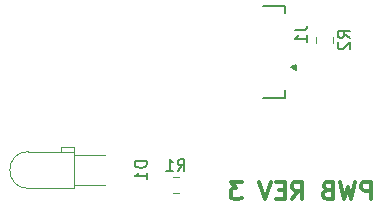
<source format=gbr>
G04 #@! TF.GenerationSoftware,KiCad,Pcbnew,(5.1.5)-3*
G04 #@! TF.CreationDate,2020-02-07T11:24:52-05:00*
G04 #@! TF.ProjectId,RPI-PWR,5250492d-5057-4522-9e6b-696361645f70,3*
G04 #@! TF.SameCoordinates,Original*
G04 #@! TF.FileFunction,Legend,Bot*
G04 #@! TF.FilePolarity,Positive*
%FSLAX46Y46*%
G04 Gerber Fmt 4.6, Leading zero omitted, Abs format (unit mm)*
G04 Created by KiCad (PCBNEW (5.1.5)-3) date 2020-02-07 11:24:52*
%MOMM*%
%LPD*%
G04 APERTURE LIST*
%ADD10C,0.300000*%
%ADD11C,0.120000*%
%ADD12C,0.150000*%
%ADD13C,0.100000*%
G04 APERTURE END LIST*
D10*
X30617371Y-28237571D02*
X30617371Y-26737571D01*
X30045942Y-26737571D01*
X29903085Y-26809000D01*
X29831657Y-26880428D01*
X29760228Y-27023285D01*
X29760228Y-27237571D01*
X29831657Y-27380428D01*
X29903085Y-27451857D01*
X30045942Y-27523285D01*
X30617371Y-27523285D01*
X29260228Y-26737571D02*
X28903085Y-28237571D01*
X28617371Y-27166142D01*
X28331657Y-28237571D01*
X27974514Y-26737571D01*
X26903085Y-27451857D02*
X26688800Y-27523285D01*
X26617371Y-27594714D01*
X26545942Y-27737571D01*
X26545942Y-27951857D01*
X26617371Y-28094714D01*
X26688800Y-28166142D01*
X26831657Y-28237571D01*
X27403085Y-28237571D01*
X27403085Y-26737571D01*
X26903085Y-26737571D01*
X26760228Y-26809000D01*
X26688800Y-26880428D01*
X26617371Y-27023285D01*
X26617371Y-27166142D01*
X26688800Y-27309000D01*
X26760228Y-27380428D01*
X26903085Y-27451857D01*
X27403085Y-27451857D01*
X23903085Y-28237571D02*
X24403085Y-27523285D01*
X24760228Y-28237571D02*
X24760228Y-26737571D01*
X24188800Y-26737571D01*
X24045942Y-26809000D01*
X23974514Y-26880428D01*
X23903085Y-27023285D01*
X23903085Y-27237571D01*
X23974514Y-27380428D01*
X24045942Y-27451857D01*
X24188800Y-27523285D01*
X24760228Y-27523285D01*
X23260228Y-27451857D02*
X22760228Y-27451857D01*
X22545942Y-28237571D02*
X23260228Y-28237571D01*
X23260228Y-26737571D01*
X22545942Y-26737571D01*
X22117371Y-26737571D02*
X21617371Y-28237571D01*
X21117371Y-26737571D01*
X19617371Y-26737571D02*
X18688800Y-26737571D01*
X19188800Y-27309000D01*
X18974514Y-27309000D01*
X18831657Y-27380428D01*
X18760228Y-27451857D01*
X18688800Y-27594714D01*
X18688800Y-27951857D01*
X18760228Y-28094714D01*
X18831657Y-28166142D01*
X18974514Y-28237571D01*
X19403085Y-28237571D01*
X19545942Y-28166142D01*
X19617371Y-28094714D01*
D11*
X1559400Y-24195600D02*
G75*
G03X1559400Y-27315600I0J-1560000D01*
G01*
X5419400Y-27315600D02*
X1559400Y-27315600D01*
X5419400Y-24195600D02*
X1559400Y-24195600D01*
X5419400Y-27315600D02*
X5419400Y-24195600D01*
X5419400Y-23795600D02*
X4299400Y-23795600D01*
X4299400Y-23795600D02*
X4299400Y-24195600D01*
X4299400Y-24195600D02*
X5419400Y-24195600D01*
X5419400Y-24195600D02*
X5419400Y-23795600D01*
X8089400Y-27025600D02*
X5419400Y-27025600D01*
X5419400Y-27025600D02*
X5419400Y-27025600D01*
X5419400Y-27025600D02*
X8089400Y-27025600D01*
X8089400Y-27025600D02*
X8089400Y-27025600D01*
X8089400Y-24485600D02*
X5419400Y-24485600D01*
X5419400Y-24485600D02*
X5419400Y-24485600D01*
X5419400Y-24485600D02*
X8089400Y-24485600D01*
X8089400Y-24485600D02*
X8089400Y-24485600D01*
D12*
X24218400Y-16848000D02*
X24218400Y-17248000D01*
X23818400Y-17048000D02*
X24218400Y-16848000D01*
X24218400Y-17248000D02*
X23818400Y-17048000D01*
X23318400Y-11848000D02*
X21418400Y-11848000D01*
X23318400Y-12448000D02*
X23318400Y-11848000D01*
X23318400Y-19648000D02*
X21418400Y-19648000D01*
X23318400Y-19648000D02*
X23318400Y-18948000D01*
D11*
X14307452Y-26315600D02*
X13784948Y-26315600D01*
X14307452Y-27735600D02*
X13784948Y-27735600D01*
X25960000Y-14993252D02*
X25960000Y-14470748D01*
X27380000Y-14993252D02*
X27380000Y-14470748D01*
D12*
X11581780Y-25017504D02*
X10581780Y-25017504D01*
X10581780Y-25255600D01*
X10629400Y-25398457D01*
X10724638Y-25493695D01*
X10819876Y-25541314D01*
X11010352Y-25588933D01*
X11153209Y-25588933D01*
X11343685Y-25541314D01*
X11438923Y-25493695D01*
X11534161Y-25398457D01*
X11581780Y-25255600D01*
X11581780Y-25017504D01*
X11581780Y-26541314D02*
X11581780Y-25969885D01*
X11581780Y-26255600D02*
X10581780Y-26255600D01*
X10724638Y-26160361D01*
X10819876Y-26065123D01*
X10867495Y-25969885D01*
X24170780Y-13914666D02*
X24885066Y-13914666D01*
X25027923Y-13867047D01*
X25123161Y-13771809D01*
X25170780Y-13628952D01*
X25170780Y-13533714D01*
X25170780Y-14914666D02*
X25170780Y-14343238D01*
X25170780Y-14628952D02*
X24170780Y-14628952D01*
X24313638Y-14533714D01*
X24408876Y-14438476D01*
X24456495Y-14343238D01*
D13*
X24244590Y-17190857D02*
X24244590Y-16905142D01*
X24244590Y-17048000D02*
X23744590Y-17048000D01*
X23816019Y-17000380D01*
X23863638Y-16952761D01*
X23887447Y-16905142D01*
D12*
X14212866Y-25827980D02*
X14546200Y-25351790D01*
X14784295Y-25827980D02*
X14784295Y-24827980D01*
X14403342Y-24827980D01*
X14308104Y-24875600D01*
X14260485Y-24923219D01*
X14212866Y-25018457D01*
X14212866Y-25161314D01*
X14260485Y-25256552D01*
X14308104Y-25304171D01*
X14403342Y-25351790D01*
X14784295Y-25351790D01*
X13260485Y-25827980D02*
X13831914Y-25827980D01*
X13546200Y-25827980D02*
X13546200Y-24827980D01*
X13641438Y-24970838D01*
X13736676Y-25066076D01*
X13831914Y-25113695D01*
X28772380Y-14565333D02*
X28296190Y-14232000D01*
X28772380Y-13993904D02*
X27772380Y-13993904D01*
X27772380Y-14374857D01*
X27820000Y-14470095D01*
X27867619Y-14517714D01*
X27962857Y-14565333D01*
X28105714Y-14565333D01*
X28200952Y-14517714D01*
X28248571Y-14470095D01*
X28296190Y-14374857D01*
X28296190Y-13993904D01*
X27867619Y-14946285D02*
X27820000Y-14993904D01*
X27772380Y-15089142D01*
X27772380Y-15327238D01*
X27820000Y-15422476D01*
X27867619Y-15470095D01*
X27962857Y-15517714D01*
X28058095Y-15517714D01*
X28200952Y-15470095D01*
X28772380Y-14898666D01*
X28772380Y-15517714D01*
M02*

</source>
